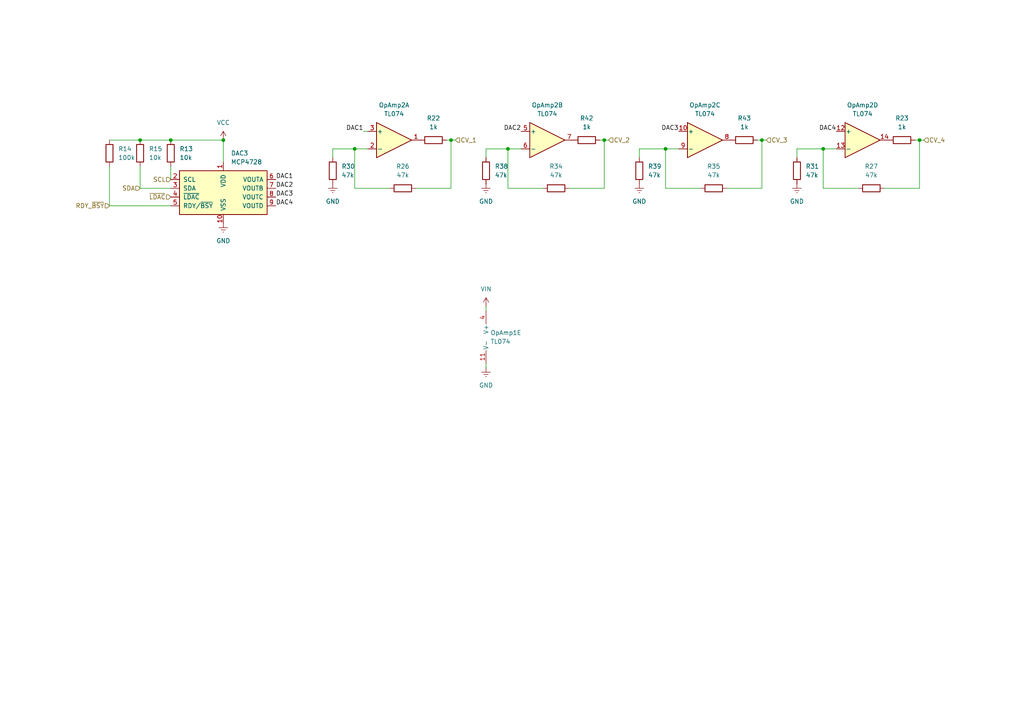
<source format=kicad_sch>
(kicad_sch (version 20231120) (generator "eeschema") (generator_version "8.0")
  (paper "A4")
  (title_block (title "MasterOfMuppets") (rev "0.0.0") (company "y3i12"))
  (lib_symbols
    (symbol "Amplifier_Operational:TL074" (pin_names (offset 0.127))
      (property "Reference" "U" (at 0 5.08 0))
      (property "Value" "TL074" (at 0 -5.08 0))
      (symbol "TL074_1_1"
        (polyline (pts (xy -5.08 5.08) (xy 5.08 0) (xy -5.08 -5.08) (xy -5.08 5.08)) (stroke (width 0.254)) (fill (type background)))
        (pin output line (at 7.62 0 180) (length 2.54) (name "~") (number "1"))
        (pin input line (at -7.62 -2.54 0) (length 2.54) (name "-") (number "2"))
        (pin input line (at -7.62 2.54 0) (length 2.54) (name "+") (number "3"))
      )
      (symbol "TL074_2_1"
        (polyline (pts (xy -5.08 5.08) (xy 5.08 0) (xy -5.08 -5.08) (xy -5.08 5.08)) (stroke (width 0.254)) (fill (type background)))
        (pin input line (at -7.62 2.54 0) (length 2.54) (name "+") (number "5"))
        (pin input line (at -7.62 -2.54 0) (length 2.54) (name "-") (number "6"))
        (pin output line (at 7.62 0 180) (length 2.54) (name "~") (number "7"))
      )
      (symbol "TL074_3_1"
        (polyline (pts (xy -5.08 5.08) (xy 5.08 0) (xy -5.08 -5.08) (xy -5.08 5.08)) (stroke (width 0.254)) (fill (type background)))
        (pin input line (at -7.62 2.54 0) (length 2.54) (name "+") (number "10"))
        (pin output line (at 7.62 0 180) (length 2.54) (name "~") (number "8"))
        (pin input line (at -7.62 -2.54 0) (length 2.54) (name "-") (number "9"))
      )
      (symbol "TL074_4_1"
        (polyline (pts (xy -5.08 5.08) (xy 5.08 0) (xy -5.08 -5.08) (xy -5.08 5.08)) (stroke (width 0.254)) (fill (type background)))
        (pin input line (at -7.62 2.54 0) (length 2.54) (name "+") (number "12"))
        (pin input line (at -7.62 -2.54 0) (length 2.54) (name "-") (number "13"))
        (pin output line (at 7.62 0 180) (length 2.54) (name "~") (number "14"))
      )
      (symbol "TL074_5_1"
        (pin power_in line (at -2.54 -7.62 90) (length 3.81) (name "V-") (number "11"))
        (pin power_in line (at -2.54 7.62 270) (length 3.81) (name "V+") (number "4"))
      )
    )
    (symbol "Analog_DAC:MCP4728" (pin_names (offset 1.016))
      (property "Reference" "U" (at -12.7 6.35 0))
      (property "Value" "MCP4728" (at 12.7 6.35 0))
      (symbol "MCP4728_0_1"
        (rectangle (start -12.7 5.08) (end 12.7 -7.62) (stroke (width 0.254)) (fill (type background)))
      )
      (symbol "MCP4728_1_1"
        (pin power_in line (at 0 7.62 270) (length 2.54) (name "VDD") (number "1"))
        (pin power_in line (at 0 -10.16 90) (length 2.54) (name "VSS") (number "10"))
        (pin input line (at -15.24 2.54 0) (length 2.54) (name "SCL") (number "2"))
        (pin bidirectional line (at -15.24 0 0) (length 2.54) (name "SDA") (number "3"))
        (pin input line (at -15.24 -2.54 0) (length 2.54) (name "~{LDAC}") (number "4"))
        (pin output line (at -15.24 -5.08 0) (length 2.54) (name "RDY/~{BSY}") (number "5"))
        (pin output line (at 15.24 2.54 180) (length 2.54) (name "VOUTA") (number "6"))
        (pin output line (at 15.24 0 180) (length 2.54) (name "VOUTB") (number "7"))
        (pin output line (at 15.24 -2.54 180) (length 2.54) (name "VOUTC") (number "8"))
        (pin output line (at 15.24 -5.08 180) (length 2.54) (name "VOUTD") (number "9"))
      )
    )
    (symbol "Device:R" (pin_numbers hide) (pin_names (offset 0))
      (property "Reference" "R" (at 2.032 0 90))
      (property "Value" "R" (at 0 0 90))
      (symbol "R_0_1"
        (rectangle (start -1.016 -2.54) (end 1.016 2.54) (stroke (width 0.254)))
      )
      (symbol "R_1_1"
        (pin passive line (at 0 3.81 270) (length 1.27) (name "~") (number "1"))
        (pin passive line (at 0 -3.81 90) (length 1.27) (name "~") (number "2"))
      )
    )
    (symbol "power:+12V" (power) (pin_numbers hide) (pin_names (offset 0) hide)
      (property "Value" "+12V" (at 0 3.556 0))
      (symbol "+12V_0_1"
        (polyline (pts (xy -0.762 1.27) (xy 0 2.54)))
        (polyline (pts (xy 0 0) (xy 0 2.54)))
        (polyline (pts (xy 0 2.54) (xy 0.762 1.27)))
      )
      (symbol "+12V_1_1"
        (pin power_in line (at 0 0 90) (length 0) (name "~") (number "1"))
      )
    )
    (symbol "power:+5V" (power) (pin_numbers hide) (pin_names (offset 0) hide)
      (property "Value" "+5V" (at 0 3.556 0))
      (symbol "+5V_0_1"
        (polyline (pts (xy -0.762 1.27) (xy 0 2.54)))
        (polyline (pts (xy 0 0) (xy 0 2.54)))
        (polyline (pts (xy 0 2.54) (xy 0.762 1.27)))
      )
      (symbol "+5V_1_1"
        (pin power_in line (at 0 0 90) (length 0) (name "~") (number "1"))
      )
    )
    (symbol "power:GNDREF" (power) (pin_numbers hide) (pin_names (offset 0) hide)
      (property "Value" "GNDREF" (at 0 -3.81 0))
      (symbol "GNDREF_0_1"
        (polyline (pts (xy -0.635 -1.905) (xy 0.635 -1.905)))
        (polyline (pts (xy -0.127 -2.54) (xy 0.127 -2.54)))
        (polyline (pts (xy 0 -1.27) (xy 0 0)))
        (polyline (pts (xy 1.27 -1.27) (xy -1.27 -1.27)))
      )
      (symbol "GNDREF_1_1"
        (pin power_in line (at 0 0 270) (length 0) (name "~") (number "1"))
      )
    )
  )
  (junction (at 220.98 40.64))
  (junction (at 266.7 40.64))
  (junction (at 238.76 43.18))
  (junction (at 130.81 40.64))
  (junction (at 193.04 43.18))
  (junction (at 64.77 40.64))
  (junction (at 147.32 43.18))
  (junction (at 102.87 43.18))
  (junction (at 49.53 40.64))
  (junction (at 175.26 40.64))
  (junction (at 40.64 40.64))
  (wire (pts (xy 220.98 40.64) (xy 220.98 54.61)))
  (wire (pts (xy 106.68 43.18) (xy 102.87 43.18)))
  (wire (pts (xy 40.64 54.61) (xy 49.53 54.61)))
  (wire (pts (xy 193.04 43.18) (xy 185.42 43.18)))
  (wire (pts (xy 185.42 43.18) (xy 185.42 45.72)))
  (wire (pts (xy 40.64 40.64) (xy 49.53 40.64)))
  (wire (pts (xy 31.75 40.64) (xy 40.64 40.64)))
  (wire (pts (xy 49.53 40.64) (xy 64.77 40.64)))
  (wire (pts (xy 175.26 40.64) (xy 176.53 40.64)))
  (wire (pts (xy 193.04 54.61) (xy 203.2 54.61)))
  (wire (pts (xy 64.77 40.64) (xy 64.77 46.99)))
  (wire (pts (xy 147.32 43.18) (xy 140.97 43.18)))
  (wire (pts (xy 102.87 43.18) (xy 96.52 43.18)))
  (wire (pts (xy 175.26 40.64) (xy 175.26 54.61)))
  (wire (pts (xy 196.85 43.18) (xy 193.04 43.18)))
  (wire (pts (xy 266.7 40.64) (xy 266.7 54.61)))
  (wire (pts (xy 238.76 43.18) (xy 242.57 43.18)))
  (wire (pts (xy 105.41 38.1) (xy 106.68 38.1)))
  (wire (pts (xy 266.7 54.61) (xy 256.54 54.61)))
  (wire (pts (xy 220.98 40.64) (xy 222.25 40.64)))
  (wire (pts (xy 31.75 48.26) (xy 31.75 59.69)))
  (wire (pts (xy 130.81 54.61) (xy 120.65 54.61)))
  (wire (pts (xy 265.43 40.64) (xy 266.7 40.64)))
  (wire (pts (xy 96.52 43.18) (xy 96.52 45.72)))
  (wire (pts (xy 238.76 54.61) (xy 248.92 54.61)))
  (wire (pts (xy 140.97 88.9) (xy 140.97 90.17)))
  (wire (pts (xy 266.7 40.64) (xy 267.97 40.64)))
  (wire (pts (xy 130.81 40.64) (xy 130.81 54.61)))
  (wire (pts (xy 102.87 43.18) (xy 102.87 54.61)))
  (wire (pts (xy 220.98 54.61) (xy 210.82 54.61)))
  (wire (pts (xy 219.71 40.64) (xy 220.98 40.64)))
  (wire (pts (xy 238.76 43.18) (xy 238.76 54.61)))
  (wire (pts (xy 147.32 54.61) (xy 157.48 54.61)))
  (wire (pts (xy 49.53 48.26) (xy 49.53 52.07)))
  (wire (pts (xy 231.14 43.18) (xy 238.76 43.18)))
  (wire (pts (xy 165.1 54.61) (xy 175.26 54.61)))
  (wire (pts (xy 31.75 59.69) (xy 49.53 59.69)))
  (wire (pts (xy 231.14 45.72) (xy 231.14 43.18)))
  (wire (pts (xy 140.97 105.41) (xy 140.97 106.68)))
  (wire (pts (xy 151.13 43.18) (xy 147.32 43.18)))
  (wire (pts (xy 130.81 40.64) (xy 129.54 40.64)))
  (wire (pts (xy 40.64 48.26) (xy 40.64 54.61)))
  (wire (pts (xy 173.99 40.64) (xy 175.26 40.64)))
  (wire (pts (xy 102.87 54.61) (xy 113.03 54.61)))
  (wire (pts (xy 147.32 54.61) (xy 147.32 43.18)))
  (wire (pts (xy 193.04 43.18) (xy 193.04 54.61)))
  (wire (pts (xy 140.97 43.18) (xy 140.97 45.72)))
  (wire (pts (xy 130.81 40.64) (xy 132.08 40.64)))
  (label "DAC3" (at 196.85 38.1 180))
  (label "DAC2" (at 80.01 54.61 0))
  (label "DAC4" (at 80.01 59.69 0))
  (label "DAC2" (at 151.13 38.1 180))
  (label "DAC3" (at 80.01 57.15 0))
  (label "DAC1" (at 105.41 38.1 180))
  (label "DAC4" (at 242.57 38.1 180))
  (label "DAC1" (at 80.01 52.07 0))
  (hierarchical_label "RDY_~{BSY}" (shape input) (at 31.75 59.69 180))
  (hierarchical_label "CV_3" (shape input) (at 222.25 40.64 0))
  (hierarchical_label "~{LDAC}" (shape input) (at 49.53 57.15 180))
  (hierarchical_label "SCL" (shape input) (at 49.53 52.07 180))
  (hierarchical_label "CV_1" (shape input) (at 132.08 40.64 0))
  (hierarchical_label "CV_4" (shape input) (at 267.97 40.64 0))
  (hierarchical_label "CV_2" (shape input) (at 176.53 40.64 0))
  (hierarchical_label "SDA" (shape input) (at 40.64 54.61 180))
  (symbol (lib_id "Device:R") (at 170.18 40.64 90) (unit 1)
    (property "Reference" "R42" (at 170.18 34.29 90))
    (property "Value" "1k" (at 170.18 36.83 90))
    (property "Footprint" "Resistor_THT:R_Axial_DIN0204_L3.6mm_D1.6mm_P1.90mm_Vertical" (effects (hide yes)))
    (property "Description" "Resistor" (effects (hide yes)))
    (instances (project "MasterOfMuppets" (path "" (reference "R42") (unit 1)) (path "" (reference "R11") (unit 1)) (path "" (reference "R44") (unit 1))))
  )
  (symbol (lib_id "power:GNDREF") (at 185.42 53.34 0) (unit 1)
    (property "Reference" "#PWR020" (effects (hide yes)))
    (property "Value" "GND" (at 185.42 58.42 0))
    (property "Description" "Power symbol creates a global label with name \"GNDREF\" , reference supply ground" (effects (hide yes)))
    (instances (project "MasterOfMuppets" (path "" (reference "#PWR020") (unit 1)) (path "" (reference "#PWR023") (unit 1)) (path "" (reference "#PWR034") (unit 1))))
  )
  (symbol (lib_id "Analog_DAC:MCP4728") (at 64.77 54.61 0) (unit 1)
    (property "Reference" "DAC3" (at 66.9641 44.45 0) (effects (justify left)))
    (property "Value" "MCP4728" (at 66.9641 46.99 0) (effects (justify left)))
    (property "Footprint" "Package_SO:MSOP-10_3x3mm_P0.5mm" (effects (hide yes)))
    (property "Datasheet" "http://ww1.microchip.com/downloads/en/DeviceDoc/22187E.pdf" (effects (hide yes)))
    (property "Description" "12-bit digital to analog converter, quad output, 2.048V internal reference, integrated EEPROM, I2C interface" (effects (hide yes)))
    (instances (project "MasterOfMuppets" (path "" (reference "DAC3") (unit 1)) (path "" (reference "DAC1") (unit 1)) (path "" (reference "DAC2") (unit 1))))
  )
  (symbol (lib_id "Amplifier_Operational:TL074") (at 158.75 40.64 0) (unit 2)
    (property "Reference" "OpAmp2" (at 158.75 30.48 0))
    (property "Value" "TL074" (at 158.75 33.02 0))
    (property "Footprint" "Package_DIP:DIP-14_W7.62mm_Socket" (effects (hide yes)))
    (property "Datasheet" "http://www.ti.com/lit/ds/symlink/tl071.pdf" (effects (hide yes)))
    (property "Description" "Quad Low-Noise JFET-Input Operational Amplifiers, DIP-14/SOIC-14" (effects (hide yes)))
    (instances (project "MasterOfMuppets" (path "" (reference "OpAmp2") (unit 2)) (path "" (reference "OpAmp1") (unit 2)) (path "" (reference "OpAmp3") (unit 2))))
  )
  (symbol (lib_id "Device:R") (at 185.42 49.53 0) (unit 1)
    (property "Reference" "R39" (at 187.96 48.2599 0) (effects (justify left)))
    (property "Value" "47k" (at 187.96 50.7999 0) (effects (justify left)))
    (property "Footprint" "Resistor_THT:R_Axial_DIN0204_L3.6mm_D1.6mm_P1.90mm_Vertical" (effects (hide yes)))
    (property "Description" "Resistor" (effects (hide yes)))
    (instances (project "MasterOfMuppets" (path "" (reference "R39") (unit 1)) (path "" (reference "R8") (unit 1)) (path "" (reference "R37") (unit 1))))
  )
  (symbol (lib_id "Device:R") (at 261.62 40.64 90) (unit 1)
    (property "Reference" "R23" (at 261.62 34.29 90))
    (property "Value" "1k" (at 261.62 36.83 90))
    (property "Footprint" "Resistor_THT:R_Axial_DIN0204_L3.6mm_D1.6mm_P1.90mm_Vertical" (effects (hide yes)))
    (property "Description" "Resistor" (effects (hide yes)))
    (instances (project "MasterOfMuppets" (path "" (reference "R23") (unit 1)) (path "" (reference "R2") (unit 1)) (path "" (reference "R25") (unit 1))))
  )
  (symbol (lib_id "power:GNDREF") (at 140.97 53.34 0) (unit 1)
    (property "Reference" "#PWR013" (effects (hide yes)))
    (property "Value" "GND" (at 140.97 58.42 0))
    (property "Description" "Power symbol creates a global label with name \"GNDREF\" , reference supply ground" (effects (hide yes)))
    (instances (project "MasterOfMuppets" (path "" (reference "#PWR013") (unit 1)) (path "" (reference "#PWR09") (unit 1)) (path "" (reference "#PWR031") (unit 1))))
  )
  (symbol (lib_id "Device:R") (at 96.52 49.53 0) (unit 1)
    (property "Reference" "R30" (at 99.06 48.2599 0) (effects (justify left)))
    (property "Value" "47k" (at 99.06 50.7999 0) (effects (justify left)))
    (property "Footprint" "Resistor_THT:R_Axial_DIN0204_L3.6mm_D1.6mm_P1.90mm_Vertical" (effects (hide yes)))
    (property "Description" "Resistor" (effects (hide yes)))
    (instances (project "MasterOfMuppets" (path "" (reference "R30") (unit 1)) (path "" (reference "R3") (unit 1)) (path "" (reference "R28") (unit 1))))
  )
  (symbol (lib_id "power:+5V") (at 64.77 40.64 0) (unit 1)
    (property "Reference" "#PWR02" (effects (hide yes)))
    (property "Value" "VCC" (at 64.77 35.56 0))
    (property "Description" "Power symbol creates a global label with name \"+5V\"" (effects (hide yes)))
    (instances (project "MasterOfMuppets" (path "" (reference "#PWR02") (unit 1)) (path "" (reference "#PWR05") (unit 1)) (path "" (reference "#PWR028") (unit 1))))
  )
  (symbol (lib_id "Device:R") (at 215.9 40.64 90) (unit 1)
    (property "Reference" "R43" (at 215.9 34.29 90))
    (property "Value" "1k" (at 215.9 36.83 90))
    (property "Footprint" "Resistor_THT:R_Axial_DIN0204_L3.6mm_D1.6mm_P1.90mm_Vertical" (effects (hide yes)))
    (property "Description" "Resistor" (effects (hide yes)))
    (instances (project "MasterOfMuppets" (path "" (reference "R43") (unit 1)) (path "" (reference "R12") (unit 1)) (path "" (reference "R45") (unit 1))))
  )
  (symbol (lib_id "power:GNDREF") (at 96.52 53.34 0) (unit 1)
    (property "Reference" "#PWR08" (effects (hide yes)))
    (property "Value" "GND" (at 96.52 58.42 0))
    (property "Description" "Power symbol creates a global label with name \"GNDREF\" , reference supply ground" (effects (hide yes)))
    (instances (project "MasterOfMuppets" (path "" (reference "#PWR08") (unit 1)) (path "" (reference "#PWR07") (unit 1)) (path "" (reference "#PWR030") (unit 1))))
  )
  (symbol (lib_id "Amplifier_Operational:TL074") (at 204.47 40.64 0) (unit 3)
    (property "Reference" "OpAmp2" (at 204.47 30.48 0))
    (property "Value" "TL074" (at 204.47 33.02 0))
    (property "Footprint" "Package_DIP:DIP-14_W7.62mm_Socket" (effects (hide yes)))
    (property "Datasheet" "http://www.ti.com/lit/ds/symlink/tl071.pdf" (effects (hide yes)))
    (property "Description" "Quad Low-Noise JFET-Input Operational Amplifiers, DIP-14/SOIC-14" (effects (hide yes)))
    (instances (project "MasterOfMuppets" (path "" (reference "OpAmp2") (unit 3)) (path "" (reference "OpAmp1") (unit 3)) (path "" (reference "OpAmp3") (unit 3))))
  )
  (symbol (lib_id "Device:R") (at 252.73 54.61 90) (unit 1)
    (property "Reference" "R27" (at 252.73 48.26 90))
    (property "Value" "47k" (at 252.73 50.8 90))
    (property "Footprint" "Resistor_THT:R_Axial_DIN0204_L3.6mm_D1.6mm_P1.90mm_Vertical" (effects (hide yes)))
    (property "Description" "Resistor" (effects (hide yes)))
    (instances (project "MasterOfMuppets" (path "" (reference "R27") (unit 1)) (path "" (reference "R4") (unit 1)) (path "" (reference "R33") (unit 1))))
  )
  (symbol (lib_id "Device:R") (at 49.53 44.45 0) (unit 1)
    (property "Reference" "R13" (at 52.07 43.1799 0) (effects (justify left)))
    (property "Value" "10k" (at 52.07 45.7199 0) (effects (justify left)))
    (property "Footprint" "Resistor_THT:R_Axial_DIN0204_L3.6mm_D1.6mm_P1.90mm_Vertical" (effects (hide yes)))
    (property "Description" "Resistor" (effects (hide yes)))
    (instances (project "MasterOfMuppets" (path "" (reference "R13") (unit 1)) (path "" (reference "R19") (unit 1)) (path "" (reference "R20") (unit 1))))
  )
  (symbol (lib_id "Device:R") (at 161.29 54.61 90) (unit 1)
    (property "Reference" "R34" (at 161.29 48.26 90))
    (property "Value" "47k" (at 161.29 50.8 90))
    (property "Footprint" "Resistor_THT:R_Axial_DIN0204_L3.6mm_D1.6mm_P1.90mm_Vertical" (effects (hide yes)))
    (property "Description" "Resistor" (effects (hide yes)))
    (instances (project "MasterOfMuppets" (path "" (reference "R34") (unit 1)) (path "" (reference "R9") (unit 1)) (path "" (reference "R40") (unit 1))))
  )
  (symbol (lib_id "Amplifier_Operational:TL074") (at 143.51 97.79 0) (unit 5)
    (property "Reference" "OpAmp1" (at 142.24 96.5199 0) (effects (justify left)))
    (property "Value" "TL074" (at 142.24 99.0599 0) (effects (justify left)))
    (property "Footprint" "Package_DIP:DIP-14_W7.62mm_Socket" (effects (hide yes)))
    (property "Datasheet" "http://www.ti.com/lit/ds/symlink/tl071.pdf" (effects (hide yes)))
    (property "Description" "Quad Low-Noise JFET-Input Operational Amplifiers, DIP-14/SOIC-14" (effects (hide yes)))
    (instances (project "MasterOfMuppets" (path "" (reference "OpAmp1") (unit 5)) (path "" (reference "OpAmp2") (unit 5)) (path "" (reference "OpAmp3") (unit 5))))
  )
  (symbol (lib_id "Amplifier_Operational:TL074") (at 114.3 40.64 0) (unit 1)
    (property "Reference" "OpAmp2" (at 114.3 30.48 0))
    (property "Value" "TL074" (at 114.3 33.02 0))
    (property "Footprint" "Package_DIP:DIP-14_W7.62mm_Socket" (effects (hide yes)))
    (property "Datasheet" "http://www.ti.com/lit/ds/symlink/tl071.pdf" (effects (hide yes)))
    (property "Description" "Quad Low-Noise JFET-Input Operational Amplifiers, DIP-14/SOIC-14" (effects (hide yes)))
    (instances (project "MasterOfMuppets" (path "" (reference "OpAmp2") (unit 1)) (path "" (reference "OpAmp1") (unit 1)) (path "" (reference "OpAmp3") (unit 1))))
  )
  (symbol (lib_id "Device:R") (at 125.73 40.64 90) (unit 1)
    (property "Reference" "R22" (at 125.73 34.29 90))
    (property "Value" "1k" (at 125.73 36.83 90))
    (property "Footprint" "Resistor_THT:R_Axial_DIN0204_L3.6mm_D1.6mm_P1.90mm_Vertical" (effects (hide yes)))
    (property "Description" "Resistor" (effects (hide yes)))
    (instances (project "MasterOfMuppets" (path "" (reference "R22") (unit 1)) (path "" (reference "R1") (unit 1)) (path "" (reference "R24") (unit 1))))
  )
  (symbol (lib_id "Device:R") (at 116.84 54.61 90) (unit 1)
    (property "Reference" "R26" (at 116.84 48.26 90))
    (property "Value" "47k" (at 116.84 50.8 90))
    (property "Footprint" "Resistor_THT:R_Axial_DIN0204_L3.6mm_D1.6mm_P1.90mm_Vertical" (effects (hide yes)))
    (property "Description" "Resistor" (effects (hide yes)))
    (instances (project "MasterOfMuppets" (path "" (reference "R26") (unit 1)) (path "" (reference "R5") (unit 1)) (path "" (reference "R32") (unit 1))))
  )
  (symbol (lib_id "power:GNDREF") (at 231.14 53.34 0) (unit 1)
    (property "Reference" "#PWR022" (effects (hide yes)))
    (property "Value" "GND" (at 231.14 58.42 0))
    (property "Description" "Power symbol creates a global label with name \"GNDREF\" , reference supply ground" (effects (hide yes)))
    (instances (project "MasterOfMuppets" (path "" (reference "#PWR022") (unit 1)) (path "" (reference "#PWR024") (unit 1)) (path "" (reference "#PWR043") (unit 1))))
  )
  (symbol (lib_id "power:GNDREF") (at 64.77 64.77 0) (unit 1)
    (property "Reference" "#PWR04" (effects (hide yes)))
    (property "Value" "GND" (at 64.77 69.85 0))
    (property "Description" "Power symbol creates a global label with name \"GNDREF\" , reference supply ground" (effects (hide yes)))
    (instances (project "MasterOfMuppets" (path "" (reference "#PWR04") (unit 1)) (path "" (reference "#PWR06") (unit 1)) (path "" (reference "#PWR029") (unit 1))))
  )
  (symbol (lib_id "Device:R") (at 140.97 49.53 0) (unit 1)
    (property "Reference" "R38" (at 143.51 48.2599 0) (effects (justify left)))
    (property "Value" "47k" (at 143.51 50.7999 0) (effects (justify left)))
    (property "Footprint" "Resistor_THT:R_Axial_DIN0204_L3.6mm_D1.6mm_P1.90mm_Vertical" (effects (hide yes)))
    (property "Description" "Resistor" (effects (hide yes)))
    (instances (project "MasterOfMuppets" (path "" (reference "R38") (unit 1)) (path "" (reference "R7") (unit 1)) (path "" (reference "R36") (unit 1))))
  )
  (symbol (lib_id "power:GNDREF") (at 140.97 106.68 0) (unit 1)
    (property "Reference" "#PWR026" (effects (hide yes)))
    (property "Value" "GND" (at 140.97 111.76 0))
    (property "Description" "Power symbol creates a global label with name \"GNDREF\" , reference supply ground" (effects (hide yes)))
    (instances (project "MasterOfMuppets" (path "" (reference "#PWR026") (unit 1)) (path "" (reference "#PWR021") (unit 1)) (path "" (reference "#PWR033") (unit 1))))
  )
  (symbol (lib_id "Device:R") (at 31.75 44.45 0) (unit 1)
    (property "Reference" "R14" (at 34.29 43.1799 0) (effects (justify left)))
    (property "Value" "100k" (at 34.29 45.7199 0) (effects (justify left)))
    (property "Footprint" "Resistor_THT:R_Axial_DIN0204_L3.6mm_D1.6mm_P1.90mm_Vertical" (effects (hide yes)))
    (property "Description" "Resistor" (effects (hide yes)))
    (instances (project "MasterOfMuppets" (path "" (reference "R14") (unit 1)) (path "" (reference "R16") (unit 1)) (path "" (reference "R18") (unit 1))))
  )
  (symbol (lib_id "Amplifier_Operational:TL074") (at 250.19 40.64 0) (unit 4)
    (property "Reference" "OpAmp2" (at 250.19 30.48 0))
    (property "Value" "TL074" (at 250.19 33.02 0))
    (property "Footprint" "Package_DIP:DIP-14_W7.62mm_Socket" (effects (hide yes)))
    (property "Datasheet" "http://www.ti.com/lit/ds/symlink/tl071.pdf" (effects (hide yes)))
    (property "Description" "Quad Low-Noise JFET-Input Operational Amplifiers, DIP-14/SOIC-14" (effects (hide yes)))
    (instances (project "MasterOfMuppets" (path "" (reference "OpAmp2") (unit 4)) (path "" (reference "OpAmp1") (unit 4)) (path "" (reference "OpAmp3") (unit 4))))
  )
  (symbol (lib_id "power:+12V") (at 140.97 88.9 0) (unit 1)
    (property "Reference" "#PWR025" (effects (hide yes)))
    (property "Value" "VIN" (at 140.97 83.82 0))
    (property "Description" "Power symbol creates a global label with name \"+12V\"" (effects (hide yes)))
    (instances (project "MasterOfMuppets" (path "" (reference "#PWR025") (unit 1)) (path "" (reference "#PWR019") (unit 1)) (path "" (reference "#PWR032") (unit 1))))
  )
  (symbol (lib_id "Device:R") (at 40.64 44.45 0) (unit 1)
    (property "Reference" "R15" (at 43.18 43.1799 0) (effects (justify left)))
    (property "Value" "10k" (at 43.18 45.7199 0) (effects (justify left)))
    (property "Footprint" "Resistor_THT:R_Axial_DIN0204_L3.6mm_D1.6mm_P1.90mm_Vertical" (effects (hide yes)))
    (property "Description" "Resistor" (effects (hide yes)))
    (instances (project "MasterOfMuppets" (path "" (reference "R15") (unit 1)) (path "" (reference "R17") (unit 1)) (path "" (reference "R21") (unit 1))))
  )
  (symbol (lib_id "Device:R") (at 207.01 54.61 90) (unit 1)
    (property "Reference" "R35" (at 207.01 48.26 90))
    (property "Value" "47k" (at 207.01 50.8 90))
    (property "Footprint" "Resistor_THT:R_Axial_DIN0204_L3.6mm_D1.6mm_P1.90mm_Vertical" (effects (hide yes)))
    (property "Description" "Resistor" (effects (hide yes)))
    (instances (project "MasterOfMuppets" (path "" (reference "R35") (unit 1)) (path "" (reference "R10") (unit 1)) (path "" (reference "R41") (unit 1))))
  )
  (symbol (lib_id "Device:R") (at 231.14 49.53 0) (unit 1)
    (property "Reference" "R31" (at 233.68 48.2599 0) (effects (justify left)))
    (property "Value" "47k" (at 233.68 50.7999 0) (effects (justify left)))
    (property "Footprint" "Resistor_THT:R_Axial_DIN0204_L3.6mm_D1.6mm_P1.90mm_Vertical" (effects (hide yes)))
    (property "Description" "Resistor" (effects (hide yes)))
    (instances (project "MasterOfMuppets" (path "" (reference "R31") (unit 1)) (path "" (reference "R6") (unit 1)) (path "" (reference "R29") (unit 1))))
  )
)
</source>
